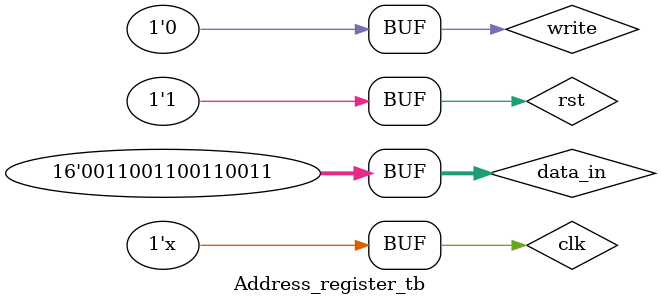
<source format=v>
module Address_register_tb;
	
	reg clk,write,rst;
	reg [15:0] data_in;

	wire [15:0] data_out;

	parameter clk_period = 10;
	
	Address_register gpr1 (clk,write,rst,data_in,data_out); //to call the register ,piliwelta data pass karanna ona
	//create clock
	initial begin
		clk = 0;
	end
	always
		#(clk_period /2 )
		clk = ~clk;
	//parameter passing
	initial
		begin
			rst=0;write = 0; data_in = 16'd0;//sizeof data,base,value
			#clk_period
			data_in = 16'b0011001100110011;write=1;
			#clk_period
			data_in = 16'b0011001100110011;write=0;
			#clk_period

			rst = 1;
		end
endmodule
			

</source>
